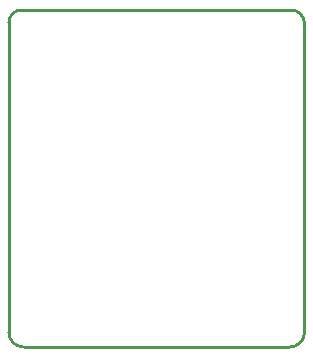
<source format=gm1>
G04*
G04 #@! TF.GenerationSoftware,Altium Limited,Altium Designer,21.6.1 (37)*
G04*
G04 Layer_Color=16711935*
%FSLAX24Y24*%
%MOIN*%
G70*
G04*
G04 #@! TF.SameCoordinates,2CDDA2BD-A9AE-4566-A957-8AB6CD1B29DF*
G04*
G04*
G04 #@! TF.FilePolarity,Positive*
G04*
G01*
G75*
%ADD11C,0.0100*%
D11*
X415Y11200D02*
G03*
X0Y10785I0J-415D01*
G01*
X9850Y10750D02*
G03*
X9400Y11200I-450J0D01*
G01*
X9367Y-33D02*
G03*
X9850Y450I0J483D01*
G01*
X0D02*
G03*
X483Y-33I483J0D01*
G01*
X415Y11200D02*
X9400D01*
X0Y450D02*
Y10785D01*
X9850Y450D02*
Y10750D01*
X500Y-30D02*
X9350D01*
M02*

</source>
